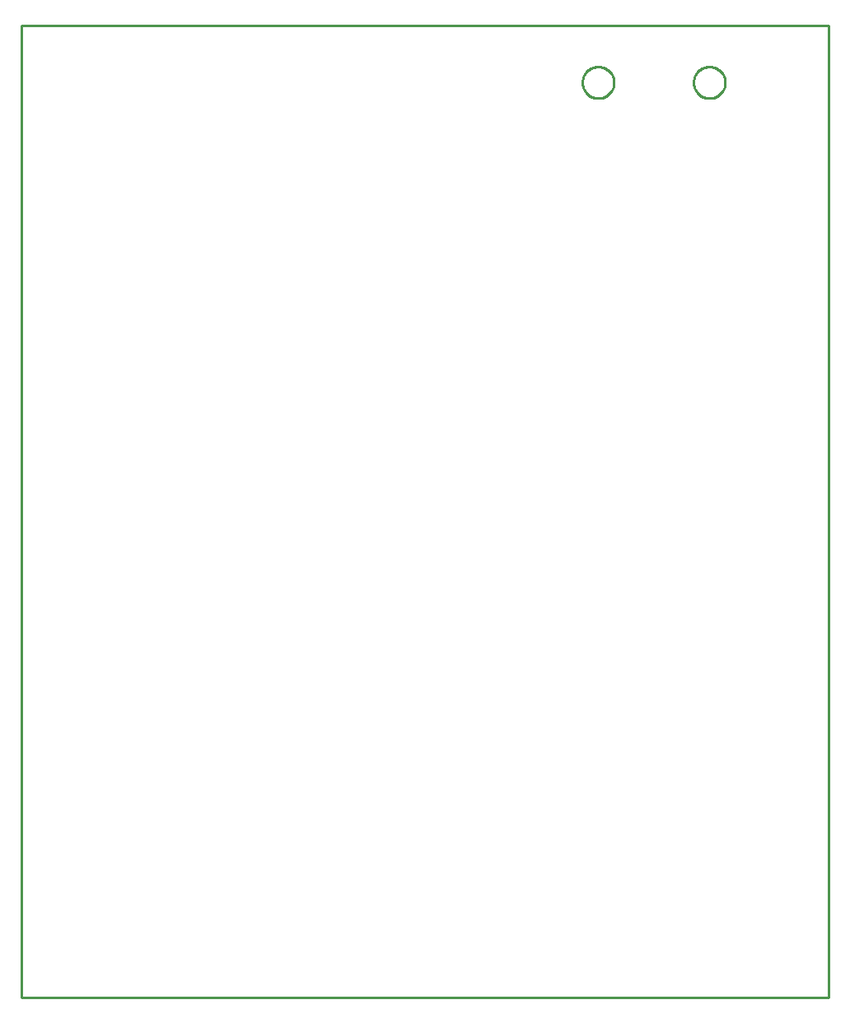
<source format=gbr>
G04 EAGLE Gerber RS-274X export*
G75*
%MOMM*%
%FSLAX34Y34*%
%LPD*%
%IN*%
%IPPOS*%
%AMOC8*
5,1,8,0,0,1.08239X$1,22.5*%
G01*
%ADD10C,0.254000*%


D10*
X0Y0D02*
X830000Y0D01*
X830000Y999880D01*
X0Y999880D01*
X0Y0D01*
X690900Y941732D02*
X690970Y942794D01*
X691108Y943848D01*
X691316Y944892D01*
X691591Y945920D01*
X691933Y946927D01*
X692341Y947910D01*
X692811Y948864D01*
X693343Y949786D01*
X693934Y950670D01*
X694582Y951514D01*
X695283Y952314D01*
X696036Y953067D01*
X696836Y953768D01*
X697680Y954416D01*
X698564Y955007D01*
X699486Y955539D01*
X700440Y956009D01*
X701423Y956417D01*
X702430Y956759D01*
X703458Y957034D01*
X704502Y957242D01*
X705556Y957380D01*
X706618Y957450D01*
X707682Y957450D01*
X708744Y957380D01*
X709798Y957242D01*
X710842Y957034D01*
X711870Y956759D01*
X712877Y956417D01*
X713860Y956009D01*
X714814Y955539D01*
X715736Y955007D01*
X716620Y954416D01*
X717464Y953768D01*
X718264Y953067D01*
X719017Y952314D01*
X719718Y951514D01*
X720366Y950670D01*
X720957Y949786D01*
X721489Y948864D01*
X721959Y947910D01*
X722367Y946927D01*
X722709Y945920D01*
X722984Y944892D01*
X723192Y943848D01*
X723330Y942794D01*
X723400Y941732D01*
X723400Y940668D01*
X723330Y939606D01*
X723192Y938552D01*
X722984Y937508D01*
X722709Y936480D01*
X722367Y935473D01*
X721959Y934490D01*
X721489Y933536D01*
X720957Y932614D01*
X720366Y931730D01*
X719718Y930886D01*
X719017Y930086D01*
X718264Y929333D01*
X717464Y928632D01*
X716620Y927984D01*
X715736Y927393D01*
X714814Y926861D01*
X713860Y926391D01*
X712877Y925983D01*
X711870Y925641D01*
X710842Y925366D01*
X709798Y925158D01*
X708744Y925020D01*
X707682Y924950D01*
X706618Y924950D01*
X705556Y925020D01*
X704502Y925158D01*
X703458Y925366D01*
X702430Y925641D01*
X701423Y925983D01*
X700440Y926391D01*
X699486Y926861D01*
X698564Y927393D01*
X697680Y927984D01*
X696836Y928632D01*
X696036Y929333D01*
X695283Y930086D01*
X694582Y930886D01*
X693934Y931730D01*
X693343Y932614D01*
X692811Y933536D01*
X692341Y934490D01*
X691933Y935473D01*
X691591Y936480D01*
X691316Y937508D01*
X691108Y938552D01*
X690970Y939606D01*
X690900Y940668D01*
X690900Y941732D01*
X576600Y941732D02*
X576670Y942794D01*
X576808Y943848D01*
X577016Y944892D01*
X577291Y945920D01*
X577633Y946927D01*
X578041Y947910D01*
X578511Y948864D01*
X579043Y949786D01*
X579634Y950670D01*
X580282Y951514D01*
X580983Y952314D01*
X581736Y953067D01*
X582536Y953768D01*
X583380Y954416D01*
X584264Y955007D01*
X585186Y955539D01*
X586140Y956009D01*
X587123Y956417D01*
X588130Y956759D01*
X589158Y957034D01*
X590202Y957242D01*
X591256Y957380D01*
X592318Y957450D01*
X593382Y957450D01*
X594444Y957380D01*
X595498Y957242D01*
X596542Y957034D01*
X597570Y956759D01*
X598577Y956417D01*
X599560Y956009D01*
X600514Y955539D01*
X601436Y955007D01*
X602320Y954416D01*
X603164Y953768D01*
X603964Y953067D01*
X604717Y952314D01*
X605418Y951514D01*
X606066Y950670D01*
X606657Y949786D01*
X607189Y948864D01*
X607659Y947910D01*
X608067Y946927D01*
X608409Y945920D01*
X608684Y944892D01*
X608892Y943848D01*
X609030Y942794D01*
X609100Y941732D01*
X609100Y940668D01*
X609030Y939606D01*
X608892Y938552D01*
X608684Y937508D01*
X608409Y936480D01*
X608067Y935473D01*
X607659Y934490D01*
X607189Y933536D01*
X606657Y932614D01*
X606066Y931730D01*
X605418Y930886D01*
X604717Y930086D01*
X603964Y929333D01*
X603164Y928632D01*
X602320Y927984D01*
X601436Y927393D01*
X600514Y926861D01*
X599560Y926391D01*
X598577Y925983D01*
X597570Y925641D01*
X596542Y925366D01*
X595498Y925158D01*
X594444Y925020D01*
X593382Y924950D01*
X592318Y924950D01*
X591256Y925020D01*
X590202Y925158D01*
X589158Y925366D01*
X588130Y925641D01*
X587123Y925983D01*
X586140Y926391D01*
X585186Y926861D01*
X584264Y927393D01*
X583380Y927984D01*
X582536Y928632D01*
X581736Y929333D01*
X580983Y930086D01*
X580282Y930886D01*
X579634Y931730D01*
X579043Y932614D01*
X578511Y933536D01*
X578041Y934490D01*
X577633Y935473D01*
X577291Y936480D01*
X577016Y937508D01*
X576808Y938552D01*
X576670Y939606D01*
X576600Y940668D01*
X576600Y941732D01*
M02*

</source>
